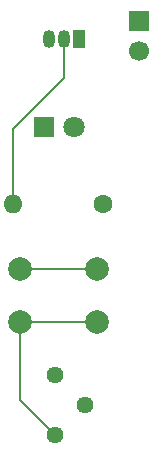
<source format=gbr>
%TF.GenerationSoftware,KiCad,Pcbnew,9.0.1*%
%TF.CreationDate,2025-04-08T16:36:56+08:00*%
%TF.ProjectId,Project2,50726f6a-6563-4743-922e-6b696361645f,rev?*%
%TF.SameCoordinates,Original*%
%TF.FileFunction,Copper,L1,Top*%
%TF.FilePolarity,Positive*%
%FSLAX46Y46*%
G04 Gerber Fmt 4.6, Leading zero omitted, Abs format (unit mm)*
G04 Created by KiCad (PCBNEW 9.0.1) date 2025-04-08 16:36:56*
%MOMM*%
%LPD*%
G01*
G04 APERTURE LIST*
%TA.AperFunction,ComponentPad*%
%ADD10C,2.000000*%
%TD*%
%TA.AperFunction,ComponentPad*%
%ADD11R,1.800000X1.800000*%
%TD*%
%TA.AperFunction,ComponentPad*%
%ADD12C,1.800000*%
%TD*%
%TA.AperFunction,ComponentPad*%
%ADD13C,1.440000*%
%TD*%
%TA.AperFunction,ComponentPad*%
%ADD14R,1.050000X1.500000*%
%TD*%
%TA.AperFunction,ComponentPad*%
%ADD15O,1.050000X1.500000*%
%TD*%
%TA.AperFunction,ComponentPad*%
%ADD16R,1.700000X1.700000*%
%TD*%
%TA.AperFunction,ComponentPad*%
%ADD17C,1.700000*%
%TD*%
%TA.AperFunction,ComponentPad*%
%ADD18C,1.600000*%
%TD*%
%TA.AperFunction,ComponentPad*%
%ADD19O,1.600000X1.600000*%
%TD*%
%TA.AperFunction,Conductor*%
%ADD20C,0.200000*%
%TD*%
G04 APERTURE END LIST*
D10*
%TO.P,SW1,1,1*%
%TO.N,Net-(R1-Pad1)*%
X29000000Y-68000000D03*
X35500000Y-68000000D03*
%TO.P,SW1,2,2*%
%TO.N,+3V0*%
X29000000Y-72500000D03*
X35500000Y-72500000D03*
%TD*%
D11*
%TO.P,D1,1,K*%
%TO.N,Earth*%
X30960000Y-56000000D03*
D12*
%TO.P,D1,2,A*%
%TO.N,Net-(D1-A)*%
X33500000Y-56000000D03*
%TD*%
D13*
%TO.P,RV1,1,1*%
%TO.N,+3V0*%
X31960000Y-82040000D03*
%TO.P,RV1,2,2*%
%TO.N,Net-(J1-Pin_1)*%
X34500000Y-79500000D03*
%TO.P,RV1,3,3*%
%TO.N,Net-(J1-Pin_2)*%
X31960000Y-76960000D03*
%TD*%
D14*
%TO.P,Q1,1,E*%
%TO.N,Net-(D1-A)*%
X34000000Y-48500000D03*
D15*
%TO.P,Q1,2,B*%
%TO.N,Net-(Q1-B)*%
X32730000Y-48500000D03*
%TO.P,Q1,3,C*%
%TO.N,Net-(J1-Pin_2)*%
X31460000Y-48500000D03*
%TD*%
D16*
%TO.P,J1,1,Pin_1*%
%TO.N,Net-(J1-Pin_1)*%
X39000000Y-47000000D03*
D17*
%TO.P,J1,2,Pin_2*%
%TO.N,Net-(J1-Pin_2)*%
X39000000Y-49540000D03*
%TD*%
D18*
%TO.P,R1,1*%
%TO.N,Net-(R1-Pad1)*%
X36000000Y-62500000D03*
D19*
%TO.P,R1,2*%
%TO.N,Net-(Q1-B)*%
X28380000Y-62500000D03*
%TD*%
D20*
%TO.N,+3V0*%
X29000000Y-72500000D02*
X29000000Y-79080000D01*
X29000000Y-79080000D02*
X31960000Y-82040000D01*
X35500000Y-72500000D02*
X29000000Y-72500000D01*
%TO.N,Net-(Q1-B)*%
X28380000Y-56178000D02*
X28380000Y-62500000D01*
X32730000Y-51828000D02*
X28380000Y-56178000D01*
X32730000Y-48500000D02*
X32730000Y-51828000D01*
%TO.N,Net-(R1-Pad1)*%
X35500000Y-68000000D02*
X29000000Y-68000000D01*
%TD*%
M02*

</source>
